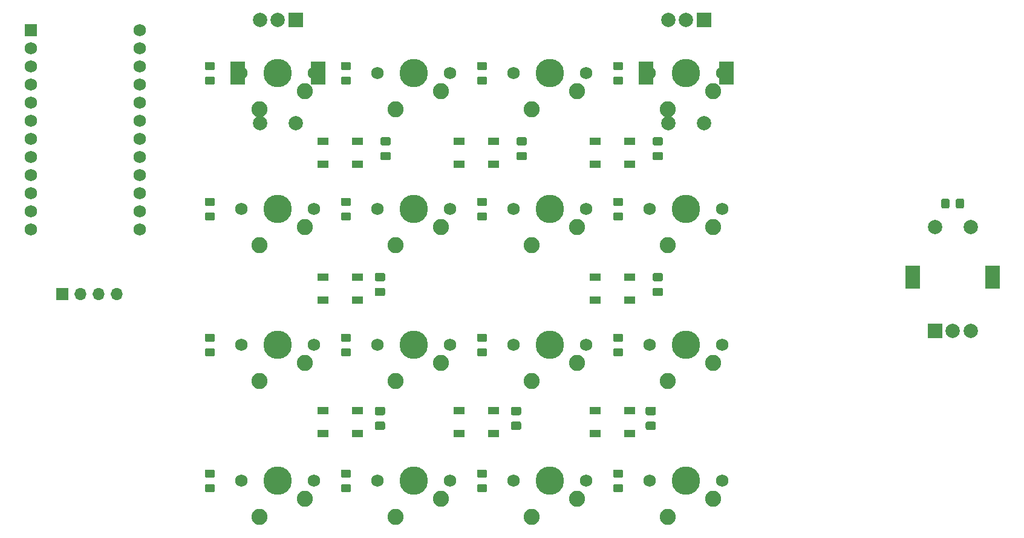
<source format=gbr>
%TF.GenerationSoftware,KiCad,Pcbnew,(5.1.9)-1*%
%TF.CreationDate,2021-03-11T10:21:24+08:00*%
%TF.ProjectId,Retrograde Pad,52657472-6f67-4726-9164-65205061642e,rev?*%
%TF.SameCoordinates,Original*%
%TF.FileFunction,Soldermask,Bot*%
%TF.FilePolarity,Negative*%
%FSLAX46Y46*%
G04 Gerber Fmt 4.6, Leading zero omitted, Abs format (unit mm)*
G04 Created by KiCad (PCBNEW (5.1.9)-1) date 2021-03-11 10:21:24*
%MOMM*%
%LPD*%
G01*
G04 APERTURE LIST*
%ADD10R,2.000000X2.000000*%
%ADD11C,2.000000*%
%ADD12R,2.000000X3.200000*%
%ADD13R,1.500000X1.000000*%
%ADD14R,1.752600X1.752600*%
%ADD15C,1.752600*%
%ADD16R,1.700000X1.700000*%
%ADD17O,1.700000X1.700000*%
%ADD18C,2.250000*%
%ADD19C,3.987800*%
%ADD20C,1.750000*%
G04 APERTURE END LIST*
D10*
%TO.C,SW2*%
X96162500Y-54412500D03*
D11*
X93662500Y-54412500D03*
X91162500Y-54412500D03*
D12*
X99262500Y-61912500D03*
X88062500Y-61912500D03*
D11*
X96162500Y-68912500D03*
X91162500Y-68912500D03*
%TD*%
%TO.C,SW3*%
X148312500Y-68912500D03*
X153312500Y-68912500D03*
D12*
X145212500Y-61912500D03*
X156412500Y-61912500D03*
D11*
X148312500Y-54412500D03*
X150812500Y-54412500D03*
D10*
X153312500Y-54412500D03*
%TD*%
D11*
%TO.C,SW1*%
X190618750Y-83487500D03*
X185618750Y-83487500D03*
D12*
X193718750Y-90487500D03*
X182518750Y-90487500D03*
D11*
X190618750Y-97987500D03*
X188118750Y-97987500D03*
D10*
X185618750Y-97987500D03*
%TD*%
%TO.C,C1*%
G36*
G01*
X109218750Y-72025000D02*
X108268750Y-72025000D01*
G75*
G02*
X108018750Y-71775000I0J250000D01*
G01*
X108018750Y-71100000D01*
G75*
G02*
X108268750Y-70850000I250000J0D01*
G01*
X109218750Y-70850000D01*
G75*
G02*
X109468750Y-71100000I0J-250000D01*
G01*
X109468750Y-71775000D01*
G75*
G02*
X109218750Y-72025000I-250000J0D01*
G01*
G37*
G36*
G01*
X109218750Y-74100000D02*
X108268750Y-74100000D01*
G75*
G02*
X108018750Y-73850000I0J250000D01*
G01*
X108018750Y-73175000D01*
G75*
G02*
X108268750Y-72925000I250000J0D01*
G01*
X109218750Y-72925000D01*
G75*
G02*
X109468750Y-73175000I0J-250000D01*
G01*
X109468750Y-73850000D01*
G75*
G02*
X109218750Y-74100000I-250000J0D01*
G01*
G37*
%TD*%
%TO.C,C2*%
G36*
G01*
X145384500Y-110739250D02*
X146334500Y-110739250D01*
G75*
G02*
X146584500Y-110989250I0J-250000D01*
G01*
X146584500Y-111664250D01*
G75*
G02*
X146334500Y-111914250I-250000J0D01*
G01*
X145384500Y-111914250D01*
G75*
G02*
X145134500Y-111664250I0J250000D01*
G01*
X145134500Y-110989250D01*
G75*
G02*
X145384500Y-110739250I250000J0D01*
G01*
G37*
G36*
G01*
X145384500Y-108664250D02*
X146334500Y-108664250D01*
G75*
G02*
X146584500Y-108914250I0J-250000D01*
G01*
X146584500Y-109589250D01*
G75*
G02*
X146334500Y-109839250I-250000J0D01*
G01*
X145384500Y-109839250D01*
G75*
G02*
X145134500Y-109589250I0J250000D01*
G01*
X145134500Y-108914250D01*
G75*
G02*
X145384500Y-108664250I250000J0D01*
G01*
G37*
%TD*%
%TO.C,C3*%
G36*
G01*
X128268750Y-74100000D02*
X127318750Y-74100000D01*
G75*
G02*
X127068750Y-73850000I0J250000D01*
G01*
X127068750Y-73175000D01*
G75*
G02*
X127318750Y-72925000I250000J0D01*
G01*
X128268750Y-72925000D01*
G75*
G02*
X128518750Y-73175000I0J-250000D01*
G01*
X128518750Y-73850000D01*
G75*
G02*
X128268750Y-74100000I-250000J0D01*
G01*
G37*
G36*
G01*
X128268750Y-72025000D02*
X127318750Y-72025000D01*
G75*
G02*
X127068750Y-71775000I0J250000D01*
G01*
X127068750Y-71100000D01*
G75*
G02*
X127318750Y-70850000I250000J0D01*
G01*
X128268750Y-70850000D01*
G75*
G02*
X128518750Y-71100000I0J-250000D01*
G01*
X128518750Y-71775000D01*
G75*
G02*
X128268750Y-72025000I-250000J0D01*
G01*
G37*
%TD*%
%TO.C,C4*%
G36*
G01*
X126525000Y-108664250D02*
X127475000Y-108664250D01*
G75*
G02*
X127725000Y-108914250I0J-250000D01*
G01*
X127725000Y-109589250D01*
G75*
G02*
X127475000Y-109839250I-250000J0D01*
G01*
X126525000Y-109839250D01*
G75*
G02*
X126275000Y-109589250I0J250000D01*
G01*
X126275000Y-108914250D01*
G75*
G02*
X126525000Y-108664250I250000J0D01*
G01*
G37*
G36*
G01*
X126525000Y-110739250D02*
X127475000Y-110739250D01*
G75*
G02*
X127725000Y-110989250I0J-250000D01*
G01*
X127725000Y-111664250D01*
G75*
G02*
X127475000Y-111914250I-250000J0D01*
G01*
X126525000Y-111914250D01*
G75*
G02*
X126275000Y-111664250I0J250000D01*
G01*
X126275000Y-110989250D01*
G75*
G02*
X126525000Y-110739250I250000J0D01*
G01*
G37*
%TD*%
%TO.C,C5*%
G36*
G01*
X147318750Y-72025000D02*
X146368750Y-72025000D01*
G75*
G02*
X146118750Y-71775000I0J250000D01*
G01*
X146118750Y-71100000D01*
G75*
G02*
X146368750Y-70850000I250000J0D01*
G01*
X147318750Y-70850000D01*
G75*
G02*
X147568750Y-71100000I0J-250000D01*
G01*
X147568750Y-71775000D01*
G75*
G02*
X147318750Y-72025000I-250000J0D01*
G01*
G37*
G36*
G01*
X147318750Y-74100000D02*
X146368750Y-74100000D01*
G75*
G02*
X146118750Y-73850000I0J250000D01*
G01*
X146118750Y-73175000D01*
G75*
G02*
X146368750Y-72925000I250000J0D01*
G01*
X147318750Y-72925000D01*
G75*
G02*
X147568750Y-73175000I0J-250000D01*
G01*
X147568750Y-73850000D01*
G75*
G02*
X147318750Y-74100000I-250000J0D01*
G01*
G37*
%TD*%
%TO.C,C6*%
G36*
G01*
X107475000Y-110739250D02*
X108425000Y-110739250D01*
G75*
G02*
X108675000Y-110989250I0J-250000D01*
G01*
X108675000Y-111664250D01*
G75*
G02*
X108425000Y-111914250I-250000J0D01*
G01*
X107475000Y-111914250D01*
G75*
G02*
X107225000Y-111664250I0J250000D01*
G01*
X107225000Y-110989250D01*
G75*
G02*
X107475000Y-110739250I250000J0D01*
G01*
G37*
G36*
G01*
X107475000Y-108664250D02*
X108425000Y-108664250D01*
G75*
G02*
X108675000Y-108914250I0J-250000D01*
G01*
X108675000Y-109589250D01*
G75*
G02*
X108425000Y-109839250I-250000J0D01*
G01*
X107475000Y-109839250D01*
G75*
G02*
X107225000Y-109589250I0J250000D01*
G01*
X107225000Y-108914250D01*
G75*
G02*
X107475000Y-108664250I250000J0D01*
G01*
G37*
%TD*%
%TO.C,C7*%
G36*
G01*
X147318750Y-93150000D02*
X146368750Y-93150000D01*
G75*
G02*
X146118750Y-92900000I0J250000D01*
G01*
X146118750Y-92225000D01*
G75*
G02*
X146368750Y-91975000I250000J0D01*
G01*
X147318750Y-91975000D01*
G75*
G02*
X147568750Y-92225000I0J-250000D01*
G01*
X147568750Y-92900000D01*
G75*
G02*
X147318750Y-93150000I-250000J0D01*
G01*
G37*
G36*
G01*
X147318750Y-91075000D02*
X146368750Y-91075000D01*
G75*
G02*
X146118750Y-90825000I0J250000D01*
G01*
X146118750Y-90150000D01*
G75*
G02*
X146368750Y-89900000I250000J0D01*
G01*
X147318750Y-89900000D01*
G75*
G02*
X147568750Y-90150000I0J-250000D01*
G01*
X147568750Y-90825000D01*
G75*
G02*
X147318750Y-91075000I-250000J0D01*
G01*
G37*
%TD*%
%TO.C,C8*%
G36*
G01*
X107475000Y-89900000D02*
X108425000Y-89900000D01*
G75*
G02*
X108675000Y-90150000I0J-250000D01*
G01*
X108675000Y-90825000D01*
G75*
G02*
X108425000Y-91075000I-250000J0D01*
G01*
X107475000Y-91075000D01*
G75*
G02*
X107225000Y-90825000I0J250000D01*
G01*
X107225000Y-90150000D01*
G75*
G02*
X107475000Y-89900000I250000J0D01*
G01*
G37*
G36*
G01*
X107475000Y-91975000D02*
X108425000Y-91975000D01*
G75*
G02*
X108675000Y-92225000I0J-250000D01*
G01*
X108675000Y-92900000D01*
G75*
G02*
X108425000Y-93150000I-250000J0D01*
G01*
X107475000Y-93150000D01*
G75*
G02*
X107225000Y-92900000I0J250000D01*
G01*
X107225000Y-92225000D01*
G75*
G02*
X107475000Y-91975000I250000J0D01*
G01*
G37*
%TD*%
D13*
%TO.C,D18*%
X104843750Y-71425000D03*
X104843750Y-74625000D03*
X99943750Y-71425000D03*
X99943750Y-74625000D03*
%TD*%
%TO.C,D19*%
X138043750Y-112439250D03*
X138043750Y-109239250D03*
X142943750Y-112439250D03*
X142943750Y-109239250D03*
%TD*%
%TO.C,D20*%
X118993750Y-74625000D03*
X118993750Y-71425000D03*
X123893750Y-74625000D03*
X123893750Y-71425000D03*
%TD*%
%TO.C,D21*%
X123893750Y-109239250D03*
X123893750Y-112439250D03*
X118993750Y-109239250D03*
X118993750Y-112439250D03*
%TD*%
%TO.C,D22*%
X142943750Y-71425000D03*
X142943750Y-74625000D03*
X138043750Y-71425000D03*
X138043750Y-74625000D03*
%TD*%
%TO.C,D23*%
X99943750Y-112439250D03*
X99943750Y-109239250D03*
X104843750Y-112439250D03*
X104843750Y-109239250D03*
%TD*%
%TO.C,D24*%
X138043750Y-93675000D03*
X138043750Y-90475000D03*
X142943750Y-93675000D03*
X142943750Y-90475000D03*
%TD*%
%TO.C,D25*%
X104843750Y-90475000D03*
X104843750Y-93675000D03*
X99943750Y-90475000D03*
X99943750Y-93675000D03*
%TD*%
D14*
%TO.C,U1*%
X59055000Y-55880000D03*
D15*
X59055000Y-58420000D03*
X59055000Y-60960000D03*
X59055000Y-63500000D03*
X59055000Y-66040000D03*
X59055000Y-68580000D03*
X59055000Y-71120000D03*
X59055000Y-73660000D03*
X59055000Y-76200000D03*
X59055000Y-78740000D03*
X59055000Y-81280000D03*
X74295000Y-83820000D03*
X74295000Y-81280000D03*
X74295000Y-78740000D03*
X74295000Y-76200000D03*
X74295000Y-73660000D03*
X74295000Y-71120000D03*
X74295000Y-68580000D03*
X74295000Y-66040000D03*
X74295000Y-63500000D03*
X74295000Y-60960000D03*
X74295000Y-58420000D03*
X59055000Y-83820000D03*
X74295000Y-55880000D03*
%TD*%
D16*
%TO.C,J-OLED1*%
X63500000Y-92868750D03*
D17*
X66040000Y-92868750D03*
X68580000Y-92868750D03*
X71120000Y-92868750D03*
%TD*%
%TO.C,D1*%
G36*
G01*
X188568750Y-80618751D02*
X188568750Y-79718749D01*
G75*
G02*
X188818749Y-79468750I249999J0D01*
G01*
X189468751Y-79468750D01*
G75*
G02*
X189718750Y-79718749I0J-249999D01*
G01*
X189718750Y-80618751D01*
G75*
G02*
X189468751Y-80868750I-249999J0D01*
G01*
X188818749Y-80868750D01*
G75*
G02*
X188568750Y-80618751I0J249999D01*
G01*
G37*
G36*
G01*
X186518750Y-80618751D02*
X186518750Y-79718749D01*
G75*
G02*
X186768749Y-79468750I249999J0D01*
G01*
X187418751Y-79468750D01*
G75*
G02*
X187668750Y-79718749I0J-249999D01*
G01*
X187668750Y-80618751D01*
G75*
G02*
X187418751Y-80868750I-249999J0D01*
G01*
X186768749Y-80868750D01*
G75*
G02*
X186518750Y-80618751I0J249999D01*
G01*
G37*
%TD*%
%TO.C,D2*%
G36*
G01*
X83687499Y-60312500D02*
X84587501Y-60312500D01*
G75*
G02*
X84837500Y-60562499I0J-249999D01*
G01*
X84837500Y-61212501D01*
G75*
G02*
X84587501Y-61462500I-249999J0D01*
G01*
X83687499Y-61462500D01*
G75*
G02*
X83437500Y-61212501I0J249999D01*
G01*
X83437500Y-60562499D01*
G75*
G02*
X83687499Y-60312500I249999J0D01*
G01*
G37*
G36*
G01*
X83687499Y-62362500D02*
X84587501Y-62362500D01*
G75*
G02*
X84837500Y-62612499I0J-249999D01*
G01*
X84837500Y-63262501D01*
G75*
G02*
X84587501Y-63512500I-249999J0D01*
G01*
X83687499Y-63512500D01*
G75*
G02*
X83437500Y-63262501I0J249999D01*
G01*
X83437500Y-62612499D01*
G75*
G02*
X83687499Y-62362500I249999J0D01*
G01*
G37*
%TD*%
%TO.C,D3*%
G36*
G01*
X83687499Y-79362500D02*
X84587501Y-79362500D01*
G75*
G02*
X84837500Y-79612499I0J-249999D01*
G01*
X84837500Y-80262501D01*
G75*
G02*
X84587501Y-80512500I-249999J0D01*
G01*
X83687499Y-80512500D01*
G75*
G02*
X83437500Y-80262501I0J249999D01*
G01*
X83437500Y-79612499D01*
G75*
G02*
X83687499Y-79362500I249999J0D01*
G01*
G37*
G36*
G01*
X83687499Y-81412500D02*
X84587501Y-81412500D01*
G75*
G02*
X84837500Y-81662499I0J-249999D01*
G01*
X84837500Y-82312501D01*
G75*
G02*
X84587501Y-82562500I-249999J0D01*
G01*
X83687499Y-82562500D01*
G75*
G02*
X83437500Y-82312501I0J249999D01*
G01*
X83437500Y-81662499D01*
G75*
G02*
X83687499Y-81412500I249999J0D01*
G01*
G37*
%TD*%
%TO.C,D4*%
G36*
G01*
X83687499Y-100462500D02*
X84587501Y-100462500D01*
G75*
G02*
X84837500Y-100712499I0J-249999D01*
G01*
X84837500Y-101362501D01*
G75*
G02*
X84587501Y-101612500I-249999J0D01*
G01*
X83687499Y-101612500D01*
G75*
G02*
X83437500Y-101362501I0J249999D01*
G01*
X83437500Y-100712499D01*
G75*
G02*
X83687499Y-100462500I249999J0D01*
G01*
G37*
G36*
G01*
X83687499Y-98412500D02*
X84587501Y-98412500D01*
G75*
G02*
X84837500Y-98662499I0J-249999D01*
G01*
X84837500Y-99312501D01*
G75*
G02*
X84587501Y-99562500I-249999J0D01*
G01*
X83687499Y-99562500D01*
G75*
G02*
X83437500Y-99312501I0J249999D01*
G01*
X83437500Y-98662499D01*
G75*
G02*
X83687499Y-98412500I249999J0D01*
G01*
G37*
%TD*%
%TO.C,D5*%
G36*
G01*
X83687499Y-119512500D02*
X84587501Y-119512500D01*
G75*
G02*
X84837500Y-119762499I0J-249999D01*
G01*
X84837500Y-120412501D01*
G75*
G02*
X84587501Y-120662500I-249999J0D01*
G01*
X83687499Y-120662500D01*
G75*
G02*
X83437500Y-120412501I0J249999D01*
G01*
X83437500Y-119762499D01*
G75*
G02*
X83687499Y-119512500I249999J0D01*
G01*
G37*
G36*
G01*
X83687499Y-117462500D02*
X84587501Y-117462500D01*
G75*
G02*
X84837500Y-117712499I0J-249999D01*
G01*
X84837500Y-118362501D01*
G75*
G02*
X84587501Y-118612500I-249999J0D01*
G01*
X83687499Y-118612500D01*
G75*
G02*
X83437500Y-118362501I0J249999D01*
G01*
X83437500Y-117712499D01*
G75*
G02*
X83687499Y-117462500I249999J0D01*
G01*
G37*
%TD*%
%TO.C,D6*%
G36*
G01*
X102737499Y-62362500D02*
X103637501Y-62362500D01*
G75*
G02*
X103887500Y-62612499I0J-249999D01*
G01*
X103887500Y-63262501D01*
G75*
G02*
X103637501Y-63512500I-249999J0D01*
G01*
X102737499Y-63512500D01*
G75*
G02*
X102487500Y-63262501I0J249999D01*
G01*
X102487500Y-62612499D01*
G75*
G02*
X102737499Y-62362500I249999J0D01*
G01*
G37*
G36*
G01*
X102737499Y-60312500D02*
X103637501Y-60312500D01*
G75*
G02*
X103887500Y-60562499I0J-249999D01*
G01*
X103887500Y-61212501D01*
G75*
G02*
X103637501Y-61462500I-249999J0D01*
G01*
X102737499Y-61462500D01*
G75*
G02*
X102487500Y-61212501I0J249999D01*
G01*
X102487500Y-60562499D01*
G75*
G02*
X102737499Y-60312500I249999J0D01*
G01*
G37*
%TD*%
%TO.C,D7*%
G36*
G01*
X102737499Y-79362500D02*
X103637501Y-79362500D01*
G75*
G02*
X103887500Y-79612499I0J-249999D01*
G01*
X103887500Y-80262501D01*
G75*
G02*
X103637501Y-80512500I-249999J0D01*
G01*
X102737499Y-80512500D01*
G75*
G02*
X102487500Y-80262501I0J249999D01*
G01*
X102487500Y-79612499D01*
G75*
G02*
X102737499Y-79362500I249999J0D01*
G01*
G37*
G36*
G01*
X102737499Y-81412500D02*
X103637501Y-81412500D01*
G75*
G02*
X103887500Y-81662499I0J-249999D01*
G01*
X103887500Y-82312501D01*
G75*
G02*
X103637501Y-82562500I-249999J0D01*
G01*
X102737499Y-82562500D01*
G75*
G02*
X102487500Y-82312501I0J249999D01*
G01*
X102487500Y-81662499D01*
G75*
G02*
X102737499Y-81412500I249999J0D01*
G01*
G37*
%TD*%
%TO.C,D8*%
G36*
G01*
X102737499Y-98412500D02*
X103637501Y-98412500D01*
G75*
G02*
X103887500Y-98662499I0J-249999D01*
G01*
X103887500Y-99312501D01*
G75*
G02*
X103637501Y-99562500I-249999J0D01*
G01*
X102737499Y-99562500D01*
G75*
G02*
X102487500Y-99312501I0J249999D01*
G01*
X102487500Y-98662499D01*
G75*
G02*
X102737499Y-98412500I249999J0D01*
G01*
G37*
G36*
G01*
X102737499Y-100462500D02*
X103637501Y-100462500D01*
G75*
G02*
X103887500Y-100712499I0J-249999D01*
G01*
X103887500Y-101362501D01*
G75*
G02*
X103637501Y-101612500I-249999J0D01*
G01*
X102737499Y-101612500D01*
G75*
G02*
X102487500Y-101362501I0J249999D01*
G01*
X102487500Y-100712499D01*
G75*
G02*
X102737499Y-100462500I249999J0D01*
G01*
G37*
%TD*%
%TO.C,D9*%
G36*
G01*
X102737499Y-117462500D02*
X103637501Y-117462500D01*
G75*
G02*
X103887500Y-117712499I0J-249999D01*
G01*
X103887500Y-118362501D01*
G75*
G02*
X103637501Y-118612500I-249999J0D01*
G01*
X102737499Y-118612500D01*
G75*
G02*
X102487500Y-118362501I0J249999D01*
G01*
X102487500Y-117712499D01*
G75*
G02*
X102737499Y-117462500I249999J0D01*
G01*
G37*
G36*
G01*
X102737499Y-119512500D02*
X103637501Y-119512500D01*
G75*
G02*
X103887500Y-119762499I0J-249999D01*
G01*
X103887500Y-120412501D01*
G75*
G02*
X103637501Y-120662500I-249999J0D01*
G01*
X102737499Y-120662500D01*
G75*
G02*
X102487500Y-120412501I0J249999D01*
G01*
X102487500Y-119762499D01*
G75*
G02*
X102737499Y-119512500I249999J0D01*
G01*
G37*
%TD*%
%TO.C,D10*%
G36*
G01*
X121787499Y-60312500D02*
X122687501Y-60312500D01*
G75*
G02*
X122937500Y-60562499I0J-249999D01*
G01*
X122937500Y-61212501D01*
G75*
G02*
X122687501Y-61462500I-249999J0D01*
G01*
X121787499Y-61462500D01*
G75*
G02*
X121537500Y-61212501I0J249999D01*
G01*
X121537500Y-60562499D01*
G75*
G02*
X121787499Y-60312500I249999J0D01*
G01*
G37*
G36*
G01*
X121787499Y-62362500D02*
X122687501Y-62362500D01*
G75*
G02*
X122937500Y-62612499I0J-249999D01*
G01*
X122937500Y-63262501D01*
G75*
G02*
X122687501Y-63512500I-249999J0D01*
G01*
X121787499Y-63512500D01*
G75*
G02*
X121537500Y-63262501I0J249999D01*
G01*
X121537500Y-62612499D01*
G75*
G02*
X121787499Y-62362500I249999J0D01*
G01*
G37*
%TD*%
%TO.C,D11*%
G36*
G01*
X121787499Y-81412500D02*
X122687501Y-81412500D01*
G75*
G02*
X122937500Y-81662499I0J-249999D01*
G01*
X122937500Y-82312501D01*
G75*
G02*
X122687501Y-82562500I-249999J0D01*
G01*
X121787499Y-82562500D01*
G75*
G02*
X121537500Y-82312501I0J249999D01*
G01*
X121537500Y-81662499D01*
G75*
G02*
X121787499Y-81412500I249999J0D01*
G01*
G37*
G36*
G01*
X121787499Y-79362500D02*
X122687501Y-79362500D01*
G75*
G02*
X122937500Y-79612499I0J-249999D01*
G01*
X122937500Y-80262501D01*
G75*
G02*
X122687501Y-80512500I-249999J0D01*
G01*
X121787499Y-80512500D01*
G75*
G02*
X121537500Y-80262501I0J249999D01*
G01*
X121537500Y-79612499D01*
G75*
G02*
X121787499Y-79362500I249999J0D01*
G01*
G37*
%TD*%
%TO.C,D12*%
G36*
G01*
X121787499Y-100462500D02*
X122687501Y-100462500D01*
G75*
G02*
X122937500Y-100712499I0J-249999D01*
G01*
X122937500Y-101362501D01*
G75*
G02*
X122687501Y-101612500I-249999J0D01*
G01*
X121787499Y-101612500D01*
G75*
G02*
X121537500Y-101362501I0J249999D01*
G01*
X121537500Y-100712499D01*
G75*
G02*
X121787499Y-100462500I249999J0D01*
G01*
G37*
G36*
G01*
X121787499Y-98412500D02*
X122687501Y-98412500D01*
G75*
G02*
X122937500Y-98662499I0J-249999D01*
G01*
X122937500Y-99312501D01*
G75*
G02*
X122687501Y-99562500I-249999J0D01*
G01*
X121787499Y-99562500D01*
G75*
G02*
X121537500Y-99312501I0J249999D01*
G01*
X121537500Y-98662499D01*
G75*
G02*
X121787499Y-98412500I249999J0D01*
G01*
G37*
%TD*%
%TO.C,D13*%
G36*
G01*
X121787499Y-117462500D02*
X122687501Y-117462500D01*
G75*
G02*
X122937500Y-117712499I0J-249999D01*
G01*
X122937500Y-118362501D01*
G75*
G02*
X122687501Y-118612500I-249999J0D01*
G01*
X121787499Y-118612500D01*
G75*
G02*
X121537500Y-118362501I0J249999D01*
G01*
X121537500Y-117712499D01*
G75*
G02*
X121787499Y-117462500I249999J0D01*
G01*
G37*
G36*
G01*
X121787499Y-119512500D02*
X122687501Y-119512500D01*
G75*
G02*
X122937500Y-119762499I0J-249999D01*
G01*
X122937500Y-120412501D01*
G75*
G02*
X122687501Y-120662500I-249999J0D01*
G01*
X121787499Y-120662500D01*
G75*
G02*
X121537500Y-120412501I0J249999D01*
G01*
X121537500Y-119762499D01*
G75*
G02*
X121787499Y-119512500I249999J0D01*
G01*
G37*
%TD*%
%TO.C,D14*%
G36*
G01*
X140837499Y-62362500D02*
X141737501Y-62362500D01*
G75*
G02*
X141987500Y-62612499I0J-249999D01*
G01*
X141987500Y-63262501D01*
G75*
G02*
X141737501Y-63512500I-249999J0D01*
G01*
X140837499Y-63512500D01*
G75*
G02*
X140587500Y-63262501I0J249999D01*
G01*
X140587500Y-62612499D01*
G75*
G02*
X140837499Y-62362500I249999J0D01*
G01*
G37*
G36*
G01*
X140837499Y-60312500D02*
X141737501Y-60312500D01*
G75*
G02*
X141987500Y-60562499I0J-249999D01*
G01*
X141987500Y-61212501D01*
G75*
G02*
X141737501Y-61462500I-249999J0D01*
G01*
X140837499Y-61462500D01*
G75*
G02*
X140587500Y-61212501I0J249999D01*
G01*
X140587500Y-60562499D01*
G75*
G02*
X140837499Y-60312500I249999J0D01*
G01*
G37*
%TD*%
%TO.C,D15*%
G36*
G01*
X140837499Y-79362500D02*
X141737501Y-79362500D01*
G75*
G02*
X141987500Y-79612499I0J-249999D01*
G01*
X141987500Y-80262501D01*
G75*
G02*
X141737501Y-80512500I-249999J0D01*
G01*
X140837499Y-80512500D01*
G75*
G02*
X140587500Y-80262501I0J249999D01*
G01*
X140587500Y-79612499D01*
G75*
G02*
X140837499Y-79362500I249999J0D01*
G01*
G37*
G36*
G01*
X140837499Y-81412500D02*
X141737501Y-81412500D01*
G75*
G02*
X141987500Y-81662499I0J-249999D01*
G01*
X141987500Y-82312501D01*
G75*
G02*
X141737501Y-82562500I-249999J0D01*
G01*
X140837499Y-82562500D01*
G75*
G02*
X140587500Y-82312501I0J249999D01*
G01*
X140587500Y-81662499D01*
G75*
G02*
X140837499Y-81412500I249999J0D01*
G01*
G37*
%TD*%
%TO.C,D16*%
G36*
G01*
X140837499Y-98412500D02*
X141737501Y-98412500D01*
G75*
G02*
X141987500Y-98662499I0J-249999D01*
G01*
X141987500Y-99312501D01*
G75*
G02*
X141737501Y-99562500I-249999J0D01*
G01*
X140837499Y-99562500D01*
G75*
G02*
X140587500Y-99312501I0J249999D01*
G01*
X140587500Y-98662499D01*
G75*
G02*
X140837499Y-98412500I249999J0D01*
G01*
G37*
G36*
G01*
X140837499Y-100462500D02*
X141737501Y-100462500D01*
G75*
G02*
X141987500Y-100712499I0J-249999D01*
G01*
X141987500Y-101362501D01*
G75*
G02*
X141737501Y-101612500I-249999J0D01*
G01*
X140837499Y-101612500D01*
G75*
G02*
X140587500Y-101362501I0J249999D01*
G01*
X140587500Y-100712499D01*
G75*
G02*
X140837499Y-100462500I249999J0D01*
G01*
G37*
%TD*%
%TO.C,D17*%
G36*
G01*
X140837499Y-119512500D02*
X141737501Y-119512500D01*
G75*
G02*
X141987500Y-119762499I0J-249999D01*
G01*
X141987500Y-120412501D01*
G75*
G02*
X141737501Y-120662500I-249999J0D01*
G01*
X140837499Y-120662500D01*
G75*
G02*
X140587500Y-120412501I0J249999D01*
G01*
X140587500Y-119762499D01*
G75*
G02*
X140837499Y-119512500I249999J0D01*
G01*
G37*
G36*
G01*
X140837499Y-117462500D02*
X141737501Y-117462500D01*
G75*
G02*
X141987500Y-117712499I0J-249999D01*
G01*
X141987500Y-118362501D01*
G75*
G02*
X141737501Y-118612500I-249999J0D01*
G01*
X140837499Y-118612500D01*
G75*
G02*
X140587500Y-118362501I0J249999D01*
G01*
X140587500Y-117712499D01*
G75*
G02*
X140837499Y-117462500I249999J0D01*
G01*
G37*
%TD*%
D18*
%TO.C,MX1*%
X91122500Y-66992500D03*
D19*
X93662500Y-61912500D03*
D18*
X97472500Y-64452500D03*
D20*
X98742500Y-61912500D03*
X88582500Y-61912500D03*
%TD*%
%TO.C,MX2*%
X88582500Y-80962500D03*
X98742500Y-80962500D03*
D18*
X97472500Y-83502500D03*
D19*
X93662500Y-80962500D03*
D18*
X91122500Y-86042500D03*
%TD*%
%TO.C,MX3*%
X91122500Y-105092500D03*
D19*
X93662500Y-100012500D03*
D18*
X97472500Y-102552500D03*
D20*
X98742500Y-100012500D03*
X88582500Y-100012500D03*
%TD*%
%TO.C,MX4*%
X88582500Y-119062500D03*
X98742500Y-119062500D03*
D18*
X97472500Y-121602500D03*
D19*
X93662500Y-119062500D03*
D18*
X91122500Y-124142500D03*
%TD*%
%TO.C,MX5*%
X110172500Y-66992500D03*
D19*
X112712500Y-61912500D03*
D18*
X116522500Y-64452500D03*
D20*
X117792500Y-61912500D03*
X107632500Y-61912500D03*
%TD*%
%TO.C,MX6*%
X107632500Y-80962500D03*
X117792500Y-80962500D03*
D18*
X116522500Y-83502500D03*
D19*
X112712500Y-80962500D03*
D18*
X110172500Y-86042500D03*
%TD*%
%TO.C,MX7*%
X110172500Y-105092500D03*
D19*
X112712500Y-100012500D03*
D18*
X116522500Y-102552500D03*
D20*
X117792500Y-100012500D03*
X107632500Y-100012500D03*
%TD*%
%TO.C,MX8*%
X107632500Y-119062500D03*
X117792500Y-119062500D03*
D18*
X116522500Y-121602500D03*
D19*
X112712500Y-119062500D03*
D18*
X110172500Y-124142500D03*
%TD*%
%TO.C,MX9*%
X129222500Y-66992500D03*
D19*
X131762500Y-61912500D03*
D18*
X135572500Y-64452500D03*
D20*
X136842500Y-61912500D03*
X126682500Y-61912500D03*
%TD*%
D18*
%TO.C,MX10*%
X129222500Y-86042500D03*
D19*
X131762500Y-80962500D03*
D18*
X135572500Y-83502500D03*
D20*
X136842500Y-80962500D03*
X126682500Y-80962500D03*
%TD*%
%TO.C,MX11*%
X126682500Y-100012500D03*
X136842500Y-100012500D03*
D18*
X135572500Y-102552500D03*
D19*
X131762500Y-100012500D03*
D18*
X129222500Y-105092500D03*
%TD*%
%TO.C,MX12*%
X129222500Y-124142500D03*
D19*
X131762500Y-119062500D03*
D18*
X135572500Y-121602500D03*
D20*
X136842500Y-119062500D03*
X126682500Y-119062500D03*
%TD*%
%TO.C,MX13*%
X145732500Y-61912500D03*
X155892500Y-61912500D03*
D18*
X154622500Y-64452500D03*
D19*
X150812500Y-61912500D03*
D18*
X148272500Y-66992500D03*
%TD*%
%TO.C,MX14*%
X148272500Y-86042500D03*
D19*
X150812500Y-80962500D03*
D18*
X154622500Y-83502500D03*
D20*
X155892500Y-80962500D03*
X145732500Y-80962500D03*
%TD*%
%TO.C,MX15*%
X145732500Y-100012500D03*
X155892500Y-100012500D03*
D18*
X154622500Y-102552500D03*
D19*
X150812500Y-100012500D03*
D18*
X148272500Y-105092500D03*
%TD*%
D20*
%TO.C,MX16*%
X145732500Y-119062500D03*
X155892500Y-119062500D03*
D18*
X154622500Y-121602500D03*
D19*
X150812500Y-119062500D03*
D18*
X148272500Y-124142500D03*
%TD*%
M02*

</source>
